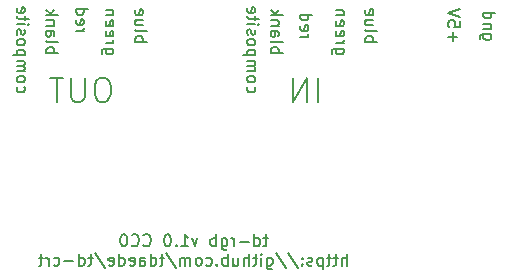
<source format=gbr>
G04 #@! TF.GenerationSoftware,KiCad,Pcbnew,6.0.0-rc1-unknown-r14633-2e907bfa*
G04 #@! TF.CreationDate,2018-12-23T16:51:31-08:00
G04 #@! TF.ProjectId,td-rgb,74642d72-6762-42e6-9b69-6361645f7063,rev?*
G04 #@! TF.SameCoordinates,Original*
G04 #@! TF.FileFunction,Legend,Bot*
G04 #@! TF.FilePolarity,Positive*
%FSLAX46Y46*%
G04 Gerber Fmt 4.6, Leading zero omitted, Abs format (unit mm)*
G04 Created by KiCad (PCBNEW 6.0.0-rc1-unknown-r14633-2e907bfa) date Sun 23 Dec 2018 04:51:31 PM PST*
%MOMM*%
%LPD*%
G04 APERTURE LIST*
%ADD10C,0.150000*%
G04 APERTURE END LIST*
D10*
X147047619Y-95904761D02*
X147047619Y-93904761D01*
X146095238Y-95904761D02*
X146095238Y-93904761D01*
X144952380Y-95904761D01*
X144952380Y-93904761D01*
X129000000Y-93904761D02*
X128619047Y-93904761D01*
X128428571Y-94000000D01*
X128238095Y-94190476D01*
X128142857Y-94571428D01*
X128142857Y-95238095D01*
X128238095Y-95619047D01*
X128428571Y-95809523D01*
X128619047Y-95904761D01*
X129000000Y-95904761D01*
X129190476Y-95809523D01*
X129380952Y-95619047D01*
X129476190Y-95238095D01*
X129476190Y-94571428D01*
X129380952Y-94190476D01*
X129190476Y-94000000D01*
X129000000Y-93904761D01*
X127285714Y-93904761D02*
X127285714Y-95523809D01*
X127190476Y-95714285D01*
X127095238Y-95809523D01*
X126904761Y-95904761D01*
X126523809Y-95904761D01*
X126333333Y-95809523D01*
X126238095Y-95714285D01*
X126142857Y-95523809D01*
X126142857Y-93904761D01*
X125476190Y-93904761D02*
X124333333Y-93904761D01*
X124904761Y-95904761D02*
X124904761Y-93904761D01*
X143047619Y-91785714D02*
X144047619Y-91785714D01*
X143666666Y-91785714D02*
X143714285Y-91690476D01*
X143714285Y-91500000D01*
X143666666Y-91404761D01*
X143619047Y-91357142D01*
X143523809Y-91309523D01*
X143238095Y-91309523D01*
X143142857Y-91357142D01*
X143095238Y-91404761D01*
X143047619Y-91500000D01*
X143047619Y-91690476D01*
X143095238Y-91785714D01*
X143047619Y-90738095D02*
X143095238Y-90833333D01*
X143190476Y-90880952D01*
X144047619Y-90880952D01*
X143047619Y-89928571D02*
X143571428Y-89928571D01*
X143666666Y-89976190D01*
X143714285Y-90071428D01*
X143714285Y-90261904D01*
X143666666Y-90357142D01*
X143095238Y-89928571D02*
X143047619Y-90023809D01*
X143047619Y-90261904D01*
X143095238Y-90357142D01*
X143190476Y-90404761D01*
X143285714Y-90404761D01*
X143380952Y-90357142D01*
X143428571Y-90261904D01*
X143428571Y-90023809D01*
X143476190Y-89928571D01*
X143714285Y-89452380D02*
X143047619Y-89452380D01*
X143619047Y-89452380D02*
X143666666Y-89404761D01*
X143714285Y-89309523D01*
X143714285Y-89166666D01*
X143666666Y-89071428D01*
X143571428Y-89023809D01*
X143047619Y-89023809D01*
X143047619Y-88547619D02*
X144047619Y-88547619D01*
X143428571Y-88452380D02*
X143047619Y-88166666D01*
X143714285Y-88166666D02*
X143333333Y-88547619D01*
X124047619Y-91785714D02*
X125047619Y-91785714D01*
X124666666Y-91785714D02*
X124714285Y-91690476D01*
X124714285Y-91500000D01*
X124666666Y-91404761D01*
X124619047Y-91357142D01*
X124523809Y-91309523D01*
X124238095Y-91309523D01*
X124142857Y-91357142D01*
X124095238Y-91404761D01*
X124047619Y-91500000D01*
X124047619Y-91690476D01*
X124095238Y-91785714D01*
X124047619Y-90738095D02*
X124095238Y-90833333D01*
X124190476Y-90880952D01*
X125047619Y-90880952D01*
X124047619Y-89928571D02*
X124571428Y-89928571D01*
X124666666Y-89976190D01*
X124714285Y-90071428D01*
X124714285Y-90261904D01*
X124666666Y-90357142D01*
X124095238Y-89928571D02*
X124047619Y-90023809D01*
X124047619Y-90261904D01*
X124095238Y-90357142D01*
X124190476Y-90404761D01*
X124285714Y-90404761D01*
X124380952Y-90357142D01*
X124428571Y-90261904D01*
X124428571Y-90023809D01*
X124476190Y-89928571D01*
X124714285Y-89452380D02*
X124047619Y-89452380D01*
X124619047Y-89452380D02*
X124666666Y-89404761D01*
X124714285Y-89309523D01*
X124714285Y-89166666D01*
X124666666Y-89071428D01*
X124571428Y-89023809D01*
X124047619Y-89023809D01*
X124047619Y-88547619D02*
X125047619Y-88547619D01*
X124428571Y-88452380D02*
X124047619Y-88166666D01*
X124714285Y-88166666D02*
X124333333Y-88547619D01*
X121595238Y-94642857D02*
X121547619Y-94738095D01*
X121547619Y-94928571D01*
X121595238Y-95023809D01*
X121642857Y-95071428D01*
X121738095Y-95119047D01*
X122023809Y-95119047D01*
X122119047Y-95071428D01*
X122166666Y-95023809D01*
X122214285Y-94928571D01*
X122214285Y-94738095D01*
X122166666Y-94642857D01*
X121547619Y-94071428D02*
X121595238Y-94166666D01*
X121642857Y-94214285D01*
X121738095Y-94261904D01*
X122023809Y-94261904D01*
X122119047Y-94214285D01*
X122166666Y-94166666D01*
X122214285Y-94071428D01*
X122214285Y-93928571D01*
X122166666Y-93833333D01*
X122119047Y-93785714D01*
X122023809Y-93738095D01*
X121738095Y-93738095D01*
X121642857Y-93785714D01*
X121595238Y-93833333D01*
X121547619Y-93928571D01*
X121547619Y-94071428D01*
X121547619Y-93309523D02*
X122214285Y-93309523D01*
X122119047Y-93309523D02*
X122166666Y-93261904D01*
X122214285Y-93166666D01*
X122214285Y-93023809D01*
X122166666Y-92928571D01*
X122071428Y-92880952D01*
X121547619Y-92880952D01*
X122071428Y-92880952D02*
X122166666Y-92833333D01*
X122214285Y-92738095D01*
X122214285Y-92595238D01*
X122166666Y-92500000D01*
X122071428Y-92452380D01*
X121547619Y-92452380D01*
X122214285Y-91976190D02*
X121214285Y-91976190D01*
X122166666Y-91976190D02*
X122214285Y-91880952D01*
X122214285Y-91690476D01*
X122166666Y-91595238D01*
X122119047Y-91547619D01*
X122023809Y-91500000D01*
X121738095Y-91500000D01*
X121642857Y-91547619D01*
X121595238Y-91595238D01*
X121547619Y-91690476D01*
X121547619Y-91880952D01*
X121595238Y-91976190D01*
X121547619Y-90928571D02*
X121595238Y-91023809D01*
X121642857Y-91071428D01*
X121738095Y-91119047D01*
X122023809Y-91119047D01*
X122119047Y-91071428D01*
X122166666Y-91023809D01*
X122214285Y-90928571D01*
X122214285Y-90785714D01*
X122166666Y-90690476D01*
X122119047Y-90642857D01*
X122023809Y-90595238D01*
X121738095Y-90595238D01*
X121642857Y-90642857D01*
X121595238Y-90690476D01*
X121547619Y-90785714D01*
X121547619Y-90928571D01*
X121595238Y-90214285D02*
X121547619Y-90119047D01*
X121547619Y-89928571D01*
X121595238Y-89833333D01*
X121690476Y-89785714D01*
X121738095Y-89785714D01*
X121833333Y-89833333D01*
X121880952Y-89928571D01*
X121880952Y-90071428D01*
X121928571Y-90166666D01*
X122023809Y-90214285D01*
X122071428Y-90214285D01*
X122166666Y-90166666D01*
X122214285Y-90071428D01*
X122214285Y-89928571D01*
X122166666Y-89833333D01*
X121547619Y-89357142D02*
X122214285Y-89357142D01*
X122547619Y-89357142D02*
X122500000Y-89404761D01*
X122452380Y-89357142D01*
X122500000Y-89309523D01*
X122547619Y-89357142D01*
X122452380Y-89357142D01*
X122214285Y-89023809D02*
X122214285Y-88642857D01*
X122547619Y-88880952D02*
X121690476Y-88880952D01*
X121595238Y-88833333D01*
X121547619Y-88738095D01*
X121547619Y-88642857D01*
X121595238Y-87928571D02*
X121547619Y-88023809D01*
X121547619Y-88214285D01*
X121595238Y-88309523D01*
X121690476Y-88357142D01*
X122071428Y-88357142D01*
X122166666Y-88309523D01*
X122214285Y-88214285D01*
X122214285Y-88023809D01*
X122166666Y-87928571D01*
X122071428Y-87880952D01*
X121976190Y-87880952D01*
X121880952Y-88357142D01*
X141095238Y-94642857D02*
X141047619Y-94738095D01*
X141047619Y-94928571D01*
X141095238Y-95023809D01*
X141142857Y-95071428D01*
X141238095Y-95119047D01*
X141523809Y-95119047D01*
X141619047Y-95071428D01*
X141666666Y-95023809D01*
X141714285Y-94928571D01*
X141714285Y-94738095D01*
X141666666Y-94642857D01*
X141047619Y-94071428D02*
X141095238Y-94166666D01*
X141142857Y-94214285D01*
X141238095Y-94261904D01*
X141523809Y-94261904D01*
X141619047Y-94214285D01*
X141666666Y-94166666D01*
X141714285Y-94071428D01*
X141714285Y-93928571D01*
X141666666Y-93833333D01*
X141619047Y-93785714D01*
X141523809Y-93738095D01*
X141238095Y-93738095D01*
X141142857Y-93785714D01*
X141095238Y-93833333D01*
X141047619Y-93928571D01*
X141047619Y-94071428D01*
X141047619Y-93309523D02*
X141714285Y-93309523D01*
X141619047Y-93309523D02*
X141666666Y-93261904D01*
X141714285Y-93166666D01*
X141714285Y-93023809D01*
X141666666Y-92928571D01*
X141571428Y-92880952D01*
X141047619Y-92880952D01*
X141571428Y-92880952D02*
X141666666Y-92833333D01*
X141714285Y-92738095D01*
X141714285Y-92595238D01*
X141666666Y-92500000D01*
X141571428Y-92452380D01*
X141047619Y-92452380D01*
X141714285Y-91976190D02*
X140714285Y-91976190D01*
X141666666Y-91976190D02*
X141714285Y-91880952D01*
X141714285Y-91690476D01*
X141666666Y-91595238D01*
X141619047Y-91547619D01*
X141523809Y-91500000D01*
X141238095Y-91500000D01*
X141142857Y-91547619D01*
X141095238Y-91595238D01*
X141047619Y-91690476D01*
X141047619Y-91880952D01*
X141095238Y-91976190D01*
X141047619Y-90928571D02*
X141095238Y-91023809D01*
X141142857Y-91071428D01*
X141238095Y-91119047D01*
X141523809Y-91119047D01*
X141619047Y-91071428D01*
X141666666Y-91023809D01*
X141714285Y-90928571D01*
X141714285Y-90785714D01*
X141666666Y-90690476D01*
X141619047Y-90642857D01*
X141523809Y-90595238D01*
X141238095Y-90595238D01*
X141142857Y-90642857D01*
X141095238Y-90690476D01*
X141047619Y-90785714D01*
X141047619Y-90928571D01*
X141095238Y-90214285D02*
X141047619Y-90119047D01*
X141047619Y-89928571D01*
X141095238Y-89833333D01*
X141190476Y-89785714D01*
X141238095Y-89785714D01*
X141333333Y-89833333D01*
X141380952Y-89928571D01*
X141380952Y-90071428D01*
X141428571Y-90166666D01*
X141523809Y-90214285D01*
X141571428Y-90214285D01*
X141666666Y-90166666D01*
X141714285Y-90071428D01*
X141714285Y-89928571D01*
X141666666Y-89833333D01*
X141047619Y-89357142D02*
X141714285Y-89357142D01*
X142047619Y-89357142D02*
X142000000Y-89404761D01*
X141952380Y-89357142D01*
X142000000Y-89309523D01*
X142047619Y-89357142D01*
X141952380Y-89357142D01*
X141714285Y-89023809D02*
X141714285Y-88642857D01*
X142047619Y-88880952D02*
X141190476Y-88880952D01*
X141095238Y-88833333D01*
X141047619Y-88738095D01*
X141047619Y-88642857D01*
X141095238Y-87928571D02*
X141047619Y-88023809D01*
X141047619Y-88214285D01*
X141095238Y-88309523D01*
X141190476Y-88357142D01*
X141571428Y-88357142D01*
X141666666Y-88309523D01*
X141714285Y-88214285D01*
X141714285Y-88023809D01*
X141666666Y-87928571D01*
X141571428Y-87880952D01*
X141476190Y-87880952D01*
X141380952Y-88357142D01*
X161714285Y-90190476D02*
X160904761Y-90190476D01*
X160809523Y-90238095D01*
X160761904Y-90285714D01*
X160714285Y-90380952D01*
X160714285Y-90523809D01*
X160761904Y-90619047D01*
X161095238Y-90190476D02*
X161047619Y-90285714D01*
X161047619Y-90476190D01*
X161095238Y-90571428D01*
X161142857Y-90619047D01*
X161238095Y-90666666D01*
X161523809Y-90666666D01*
X161619047Y-90619047D01*
X161666666Y-90571428D01*
X161714285Y-90476190D01*
X161714285Y-90285714D01*
X161666666Y-90190476D01*
X161714285Y-89714285D02*
X161047619Y-89714285D01*
X161619047Y-89714285D02*
X161666666Y-89666666D01*
X161714285Y-89571428D01*
X161714285Y-89428571D01*
X161666666Y-89333333D01*
X161571428Y-89285714D01*
X161047619Y-89285714D01*
X161047619Y-88380952D02*
X162047619Y-88380952D01*
X161095238Y-88380952D02*
X161047619Y-88476190D01*
X161047619Y-88666666D01*
X161095238Y-88761904D01*
X161142857Y-88809523D01*
X161238095Y-88857142D01*
X161523809Y-88857142D01*
X161619047Y-88809523D01*
X161666666Y-88761904D01*
X161714285Y-88666666D01*
X161714285Y-88476190D01*
X161666666Y-88380952D01*
X158428571Y-90785714D02*
X158428571Y-90023809D01*
X158047619Y-90404761D02*
X158809523Y-90404761D01*
X159047619Y-89071428D02*
X159047619Y-89547619D01*
X158571428Y-89595238D01*
X158619047Y-89547619D01*
X158666666Y-89452380D01*
X158666666Y-89214285D01*
X158619047Y-89119047D01*
X158571428Y-89071428D01*
X158476190Y-89023809D01*
X158238095Y-89023809D01*
X158142857Y-89071428D01*
X158095238Y-89119047D01*
X158047619Y-89214285D01*
X158047619Y-89452380D01*
X158095238Y-89547619D01*
X158142857Y-89595238D01*
X159047619Y-88738095D02*
X158047619Y-88404761D01*
X159047619Y-88071428D01*
X145547619Y-90452380D02*
X146214285Y-90452380D01*
X146023809Y-90452380D02*
X146119047Y-90404761D01*
X146166666Y-90357142D01*
X146214285Y-90261904D01*
X146214285Y-90166666D01*
X145595238Y-89452380D02*
X145547619Y-89547619D01*
X145547619Y-89738095D01*
X145595238Y-89833333D01*
X145690476Y-89880952D01*
X146071428Y-89880952D01*
X146166666Y-89833333D01*
X146214285Y-89738095D01*
X146214285Y-89547619D01*
X146166666Y-89452380D01*
X146071428Y-89404761D01*
X145976190Y-89404761D01*
X145880952Y-89880952D01*
X145547619Y-88547619D02*
X146547619Y-88547619D01*
X145595238Y-88547619D02*
X145547619Y-88642857D01*
X145547619Y-88833333D01*
X145595238Y-88928571D01*
X145642857Y-88976190D01*
X145738095Y-89023809D01*
X146023809Y-89023809D01*
X146119047Y-88976190D01*
X146166666Y-88928571D01*
X146214285Y-88833333D01*
X146214285Y-88642857D01*
X146166666Y-88547619D01*
X149214285Y-91404761D02*
X148404761Y-91404761D01*
X148309523Y-91452380D01*
X148261904Y-91500000D01*
X148214285Y-91595238D01*
X148214285Y-91738095D01*
X148261904Y-91833333D01*
X148595238Y-91404761D02*
X148547619Y-91500000D01*
X148547619Y-91690476D01*
X148595238Y-91785714D01*
X148642857Y-91833333D01*
X148738095Y-91880952D01*
X149023809Y-91880952D01*
X149119047Y-91833333D01*
X149166666Y-91785714D01*
X149214285Y-91690476D01*
X149214285Y-91500000D01*
X149166666Y-91404761D01*
X148547619Y-90928571D02*
X149214285Y-90928571D01*
X149023809Y-90928571D02*
X149119047Y-90880952D01*
X149166666Y-90833333D01*
X149214285Y-90738095D01*
X149214285Y-90642857D01*
X148595238Y-89928571D02*
X148547619Y-90023809D01*
X148547619Y-90214285D01*
X148595238Y-90309523D01*
X148690476Y-90357142D01*
X149071428Y-90357142D01*
X149166666Y-90309523D01*
X149214285Y-90214285D01*
X149214285Y-90023809D01*
X149166666Y-89928571D01*
X149071428Y-89880952D01*
X148976190Y-89880952D01*
X148880952Y-90357142D01*
X148595238Y-89071428D02*
X148547619Y-89166666D01*
X148547619Y-89357142D01*
X148595238Y-89452380D01*
X148690476Y-89500000D01*
X149071428Y-89500000D01*
X149166666Y-89452380D01*
X149214285Y-89357142D01*
X149214285Y-89166666D01*
X149166666Y-89071428D01*
X149071428Y-89023809D01*
X148976190Y-89023809D01*
X148880952Y-89500000D01*
X149214285Y-88595238D02*
X148547619Y-88595238D01*
X149119047Y-88595238D02*
X149166666Y-88547619D01*
X149214285Y-88452380D01*
X149214285Y-88309523D01*
X149166666Y-88214285D01*
X149071428Y-88166666D01*
X148547619Y-88166666D01*
X151047619Y-90857142D02*
X152047619Y-90857142D01*
X151666666Y-90857142D02*
X151714285Y-90761904D01*
X151714285Y-90571428D01*
X151666666Y-90476190D01*
X151619047Y-90428571D01*
X151523809Y-90380952D01*
X151238095Y-90380952D01*
X151142857Y-90428571D01*
X151095238Y-90476190D01*
X151047619Y-90571428D01*
X151047619Y-90761904D01*
X151095238Y-90857142D01*
X151047619Y-89809523D02*
X151095238Y-89904761D01*
X151190476Y-89952380D01*
X152047619Y-89952380D01*
X151714285Y-89000000D02*
X151047619Y-89000000D01*
X151714285Y-89428571D02*
X151190476Y-89428571D01*
X151095238Y-89380952D01*
X151047619Y-89285714D01*
X151047619Y-89142857D01*
X151095238Y-89047619D01*
X151142857Y-89000000D01*
X151095238Y-88142857D02*
X151047619Y-88238095D01*
X151047619Y-88428571D01*
X151095238Y-88523809D01*
X151190476Y-88571428D01*
X151571428Y-88571428D01*
X151666666Y-88523809D01*
X151714285Y-88428571D01*
X151714285Y-88238095D01*
X151666666Y-88142857D01*
X151571428Y-88095238D01*
X151476190Y-88095238D01*
X151380952Y-88571428D01*
X131547619Y-90857142D02*
X132547619Y-90857142D01*
X132166666Y-90857142D02*
X132214285Y-90761904D01*
X132214285Y-90571428D01*
X132166666Y-90476190D01*
X132119047Y-90428571D01*
X132023809Y-90380952D01*
X131738095Y-90380952D01*
X131642857Y-90428571D01*
X131595238Y-90476190D01*
X131547619Y-90571428D01*
X131547619Y-90761904D01*
X131595238Y-90857142D01*
X131547619Y-89809523D02*
X131595238Y-89904761D01*
X131690476Y-89952380D01*
X132547619Y-89952380D01*
X132214285Y-89000000D02*
X131547619Y-89000000D01*
X132214285Y-89428571D02*
X131690476Y-89428571D01*
X131595238Y-89380952D01*
X131547619Y-89285714D01*
X131547619Y-89142857D01*
X131595238Y-89047619D01*
X131642857Y-89000000D01*
X131595238Y-88142857D02*
X131547619Y-88238095D01*
X131547619Y-88428571D01*
X131595238Y-88523809D01*
X131690476Y-88571428D01*
X132071428Y-88571428D01*
X132166666Y-88523809D01*
X132214285Y-88428571D01*
X132214285Y-88238095D01*
X132166666Y-88142857D01*
X132071428Y-88095238D01*
X131976190Y-88095238D01*
X131880952Y-88571428D01*
X126547619Y-89952380D02*
X127214285Y-89952380D01*
X127023809Y-89952380D02*
X127119047Y-89904761D01*
X127166666Y-89857142D01*
X127214285Y-89761904D01*
X127214285Y-89666666D01*
X126595238Y-88952380D02*
X126547619Y-89047619D01*
X126547619Y-89238095D01*
X126595238Y-89333333D01*
X126690476Y-89380952D01*
X127071428Y-89380952D01*
X127166666Y-89333333D01*
X127214285Y-89238095D01*
X127214285Y-89047619D01*
X127166666Y-88952380D01*
X127071428Y-88904761D01*
X126976190Y-88904761D01*
X126880952Y-89380952D01*
X126547619Y-88047619D02*
X127547619Y-88047619D01*
X126595238Y-88047619D02*
X126547619Y-88142857D01*
X126547619Y-88333333D01*
X126595238Y-88428571D01*
X126642857Y-88476190D01*
X126738095Y-88523809D01*
X127023809Y-88523809D01*
X127119047Y-88476190D01*
X127166666Y-88428571D01*
X127214285Y-88333333D01*
X127214285Y-88142857D01*
X127166666Y-88047619D01*
X129714285Y-91404761D02*
X128904761Y-91404761D01*
X128809523Y-91452380D01*
X128761904Y-91500000D01*
X128714285Y-91595238D01*
X128714285Y-91738095D01*
X128761904Y-91833333D01*
X129095238Y-91404761D02*
X129047619Y-91500000D01*
X129047619Y-91690476D01*
X129095238Y-91785714D01*
X129142857Y-91833333D01*
X129238095Y-91880952D01*
X129523809Y-91880952D01*
X129619047Y-91833333D01*
X129666666Y-91785714D01*
X129714285Y-91690476D01*
X129714285Y-91500000D01*
X129666666Y-91404761D01*
X129047619Y-90928571D02*
X129714285Y-90928571D01*
X129523809Y-90928571D02*
X129619047Y-90880952D01*
X129666666Y-90833333D01*
X129714285Y-90738095D01*
X129714285Y-90642857D01*
X129095238Y-89928571D02*
X129047619Y-90023809D01*
X129047619Y-90214285D01*
X129095238Y-90309523D01*
X129190476Y-90357142D01*
X129571428Y-90357142D01*
X129666666Y-90309523D01*
X129714285Y-90214285D01*
X129714285Y-90023809D01*
X129666666Y-89928571D01*
X129571428Y-89880952D01*
X129476190Y-89880952D01*
X129380952Y-90357142D01*
X129095238Y-89071428D02*
X129047619Y-89166666D01*
X129047619Y-89357142D01*
X129095238Y-89452380D01*
X129190476Y-89500000D01*
X129571428Y-89500000D01*
X129666666Y-89452380D01*
X129714285Y-89357142D01*
X129714285Y-89166666D01*
X129666666Y-89071428D01*
X129571428Y-89023809D01*
X129476190Y-89023809D01*
X129380952Y-89500000D01*
X129714285Y-88595238D02*
X129047619Y-88595238D01*
X129619047Y-88595238D02*
X129666666Y-88547619D01*
X129714285Y-88452380D01*
X129714285Y-88309523D01*
X129666666Y-88214285D01*
X129571428Y-88166666D01*
X129047619Y-88166666D01*
X142785714Y-107460714D02*
X142404761Y-107460714D01*
X142642857Y-107127380D02*
X142642857Y-107984523D01*
X142595238Y-108079761D01*
X142500000Y-108127380D01*
X142404761Y-108127380D01*
X141642857Y-108127380D02*
X141642857Y-107127380D01*
X141642857Y-108079761D02*
X141738095Y-108127380D01*
X141928571Y-108127380D01*
X142023809Y-108079761D01*
X142071428Y-108032142D01*
X142119047Y-107936904D01*
X142119047Y-107651190D01*
X142071428Y-107555952D01*
X142023809Y-107508333D01*
X141928571Y-107460714D01*
X141738095Y-107460714D01*
X141642857Y-107508333D01*
X141166666Y-107746428D02*
X140404761Y-107746428D01*
X139928571Y-108127380D02*
X139928571Y-107460714D01*
X139928571Y-107651190D02*
X139880952Y-107555952D01*
X139833333Y-107508333D01*
X139738095Y-107460714D01*
X139642857Y-107460714D01*
X138880952Y-107460714D02*
X138880952Y-108270238D01*
X138928571Y-108365476D01*
X138976190Y-108413095D01*
X139071428Y-108460714D01*
X139214285Y-108460714D01*
X139309523Y-108413095D01*
X138880952Y-108079761D02*
X138976190Y-108127380D01*
X139166666Y-108127380D01*
X139261904Y-108079761D01*
X139309523Y-108032142D01*
X139357142Y-107936904D01*
X139357142Y-107651190D01*
X139309523Y-107555952D01*
X139261904Y-107508333D01*
X139166666Y-107460714D01*
X138976190Y-107460714D01*
X138880952Y-107508333D01*
X138404761Y-108127380D02*
X138404761Y-107127380D01*
X138404761Y-107508333D02*
X138309523Y-107460714D01*
X138119047Y-107460714D01*
X138023809Y-107508333D01*
X137976190Y-107555952D01*
X137928571Y-107651190D01*
X137928571Y-107936904D01*
X137976190Y-108032142D01*
X138023809Y-108079761D01*
X138119047Y-108127380D01*
X138309523Y-108127380D01*
X138404761Y-108079761D01*
X136833333Y-107460714D02*
X136595238Y-108127380D01*
X136357142Y-107460714D01*
X135452380Y-108127380D02*
X136023809Y-108127380D01*
X135738095Y-108127380D02*
X135738095Y-107127380D01*
X135833333Y-107270238D01*
X135928571Y-107365476D01*
X136023809Y-107413095D01*
X135023809Y-108032142D02*
X134976190Y-108079761D01*
X135023809Y-108127380D01*
X135071428Y-108079761D01*
X135023809Y-108032142D01*
X135023809Y-108127380D01*
X134357142Y-107127380D02*
X134261904Y-107127380D01*
X134166666Y-107175000D01*
X134119047Y-107222619D01*
X134071428Y-107317857D01*
X134023809Y-107508333D01*
X134023809Y-107746428D01*
X134071428Y-107936904D01*
X134119047Y-108032142D01*
X134166666Y-108079761D01*
X134261904Y-108127380D01*
X134357142Y-108127380D01*
X134452380Y-108079761D01*
X134500000Y-108032142D01*
X134547619Y-107936904D01*
X134595238Y-107746428D01*
X134595238Y-107508333D01*
X134547619Y-107317857D01*
X134500000Y-107222619D01*
X134452380Y-107175000D01*
X134357142Y-107127380D01*
X132261904Y-108032142D02*
X132309523Y-108079761D01*
X132452380Y-108127380D01*
X132547619Y-108127380D01*
X132690476Y-108079761D01*
X132785714Y-107984523D01*
X132833333Y-107889285D01*
X132880952Y-107698809D01*
X132880952Y-107555952D01*
X132833333Y-107365476D01*
X132785714Y-107270238D01*
X132690476Y-107175000D01*
X132547619Y-107127380D01*
X132452380Y-107127380D01*
X132309523Y-107175000D01*
X132261904Y-107222619D01*
X131261904Y-108032142D02*
X131309523Y-108079761D01*
X131452380Y-108127380D01*
X131547619Y-108127380D01*
X131690476Y-108079761D01*
X131785714Y-107984523D01*
X131833333Y-107889285D01*
X131880952Y-107698809D01*
X131880952Y-107555952D01*
X131833333Y-107365476D01*
X131785714Y-107270238D01*
X131690476Y-107175000D01*
X131547619Y-107127380D01*
X131452380Y-107127380D01*
X131309523Y-107175000D01*
X131261904Y-107222619D01*
X130642857Y-107127380D02*
X130547619Y-107127380D01*
X130452380Y-107175000D01*
X130404761Y-107222619D01*
X130357142Y-107317857D01*
X130309523Y-107508333D01*
X130309523Y-107746428D01*
X130357142Y-107936904D01*
X130404761Y-108032142D01*
X130452380Y-108079761D01*
X130547619Y-108127380D01*
X130642857Y-108127380D01*
X130738095Y-108079761D01*
X130785714Y-108032142D01*
X130833333Y-107936904D01*
X130880952Y-107746428D01*
X130880952Y-107508333D01*
X130833333Y-107317857D01*
X130785714Y-107222619D01*
X130738095Y-107175000D01*
X130642857Y-107127380D01*
X149476190Y-109777380D02*
X149476190Y-108777380D01*
X149047619Y-109777380D02*
X149047619Y-109253571D01*
X149095238Y-109158333D01*
X149190476Y-109110714D01*
X149333333Y-109110714D01*
X149428571Y-109158333D01*
X149476190Y-109205952D01*
X148714285Y-109110714D02*
X148333333Y-109110714D01*
X148571428Y-108777380D02*
X148571428Y-109634523D01*
X148523809Y-109729761D01*
X148428571Y-109777380D01*
X148333333Y-109777380D01*
X148142857Y-109110714D02*
X147761904Y-109110714D01*
X148000000Y-108777380D02*
X148000000Y-109634523D01*
X147952380Y-109729761D01*
X147857142Y-109777380D01*
X147761904Y-109777380D01*
X147428571Y-109110714D02*
X147428571Y-110110714D01*
X147428571Y-109158333D02*
X147333333Y-109110714D01*
X147142857Y-109110714D01*
X147047619Y-109158333D01*
X147000000Y-109205952D01*
X146952380Y-109301190D01*
X146952380Y-109586904D01*
X147000000Y-109682142D01*
X147047619Y-109729761D01*
X147142857Y-109777380D01*
X147333333Y-109777380D01*
X147428571Y-109729761D01*
X146571428Y-109729761D02*
X146476190Y-109777380D01*
X146285714Y-109777380D01*
X146190476Y-109729761D01*
X146142857Y-109634523D01*
X146142857Y-109586904D01*
X146190476Y-109491666D01*
X146285714Y-109444047D01*
X146428571Y-109444047D01*
X146523809Y-109396428D01*
X146571428Y-109301190D01*
X146571428Y-109253571D01*
X146523809Y-109158333D01*
X146428571Y-109110714D01*
X146285714Y-109110714D01*
X146190476Y-109158333D01*
X145714285Y-109682142D02*
X145666666Y-109729761D01*
X145714285Y-109777380D01*
X145761904Y-109729761D01*
X145714285Y-109682142D01*
X145714285Y-109777380D01*
X145714285Y-109158333D02*
X145666666Y-109205952D01*
X145714285Y-109253571D01*
X145761904Y-109205952D01*
X145714285Y-109158333D01*
X145714285Y-109253571D01*
X144523809Y-108729761D02*
X145380952Y-110015476D01*
X143476190Y-108729761D02*
X144333333Y-110015476D01*
X142714285Y-109110714D02*
X142714285Y-109920238D01*
X142761904Y-110015476D01*
X142809523Y-110063095D01*
X142904761Y-110110714D01*
X143047619Y-110110714D01*
X143142857Y-110063095D01*
X142714285Y-109729761D02*
X142809523Y-109777380D01*
X143000000Y-109777380D01*
X143095238Y-109729761D01*
X143142857Y-109682142D01*
X143190476Y-109586904D01*
X143190476Y-109301190D01*
X143142857Y-109205952D01*
X143095238Y-109158333D01*
X143000000Y-109110714D01*
X142809523Y-109110714D01*
X142714285Y-109158333D01*
X142238095Y-109777380D02*
X142238095Y-109110714D01*
X142238095Y-108777380D02*
X142285714Y-108825000D01*
X142238095Y-108872619D01*
X142190476Y-108825000D01*
X142238095Y-108777380D01*
X142238095Y-108872619D01*
X141904761Y-109110714D02*
X141523809Y-109110714D01*
X141761904Y-108777380D02*
X141761904Y-109634523D01*
X141714285Y-109729761D01*
X141619047Y-109777380D01*
X141523809Y-109777380D01*
X141190476Y-109777380D02*
X141190476Y-108777380D01*
X140761904Y-109777380D02*
X140761904Y-109253571D01*
X140809523Y-109158333D01*
X140904761Y-109110714D01*
X141047619Y-109110714D01*
X141142857Y-109158333D01*
X141190476Y-109205952D01*
X139857142Y-109110714D02*
X139857142Y-109777380D01*
X140285714Y-109110714D02*
X140285714Y-109634523D01*
X140238095Y-109729761D01*
X140142857Y-109777380D01*
X140000000Y-109777380D01*
X139904761Y-109729761D01*
X139857142Y-109682142D01*
X139380952Y-109777380D02*
X139380952Y-108777380D01*
X139380952Y-109158333D02*
X139285714Y-109110714D01*
X139095238Y-109110714D01*
X139000000Y-109158333D01*
X138952380Y-109205952D01*
X138904761Y-109301190D01*
X138904761Y-109586904D01*
X138952380Y-109682142D01*
X139000000Y-109729761D01*
X139095238Y-109777380D01*
X139285714Y-109777380D01*
X139380952Y-109729761D01*
X138476190Y-109682142D02*
X138428571Y-109729761D01*
X138476190Y-109777380D01*
X138523809Y-109729761D01*
X138476190Y-109682142D01*
X138476190Y-109777380D01*
X137571428Y-109729761D02*
X137666666Y-109777380D01*
X137857142Y-109777380D01*
X137952380Y-109729761D01*
X138000000Y-109682142D01*
X138047619Y-109586904D01*
X138047619Y-109301190D01*
X138000000Y-109205952D01*
X137952380Y-109158333D01*
X137857142Y-109110714D01*
X137666666Y-109110714D01*
X137571428Y-109158333D01*
X137000000Y-109777380D02*
X137095238Y-109729761D01*
X137142857Y-109682142D01*
X137190476Y-109586904D01*
X137190476Y-109301190D01*
X137142857Y-109205952D01*
X137095238Y-109158333D01*
X137000000Y-109110714D01*
X136857142Y-109110714D01*
X136761904Y-109158333D01*
X136714285Y-109205952D01*
X136666666Y-109301190D01*
X136666666Y-109586904D01*
X136714285Y-109682142D01*
X136761904Y-109729761D01*
X136857142Y-109777380D01*
X137000000Y-109777380D01*
X136238095Y-109777380D02*
X136238095Y-109110714D01*
X136238095Y-109205952D02*
X136190476Y-109158333D01*
X136095238Y-109110714D01*
X135952380Y-109110714D01*
X135857142Y-109158333D01*
X135809523Y-109253571D01*
X135809523Y-109777380D01*
X135809523Y-109253571D02*
X135761904Y-109158333D01*
X135666666Y-109110714D01*
X135523809Y-109110714D01*
X135428571Y-109158333D01*
X135380952Y-109253571D01*
X135380952Y-109777380D01*
X134190476Y-108729761D02*
X135047619Y-110015476D01*
X134000000Y-109110714D02*
X133619047Y-109110714D01*
X133857142Y-108777380D02*
X133857142Y-109634523D01*
X133809523Y-109729761D01*
X133714285Y-109777380D01*
X133619047Y-109777380D01*
X132857142Y-109777380D02*
X132857142Y-108777380D01*
X132857142Y-109729761D02*
X132952380Y-109777380D01*
X133142857Y-109777380D01*
X133238095Y-109729761D01*
X133285714Y-109682142D01*
X133333333Y-109586904D01*
X133333333Y-109301190D01*
X133285714Y-109205952D01*
X133238095Y-109158333D01*
X133142857Y-109110714D01*
X132952380Y-109110714D01*
X132857142Y-109158333D01*
X131952380Y-109777380D02*
X131952380Y-109253571D01*
X132000000Y-109158333D01*
X132095238Y-109110714D01*
X132285714Y-109110714D01*
X132380952Y-109158333D01*
X131952380Y-109729761D02*
X132047619Y-109777380D01*
X132285714Y-109777380D01*
X132380952Y-109729761D01*
X132428571Y-109634523D01*
X132428571Y-109539285D01*
X132380952Y-109444047D01*
X132285714Y-109396428D01*
X132047619Y-109396428D01*
X131952380Y-109348809D01*
X131095238Y-109729761D02*
X131190476Y-109777380D01*
X131380952Y-109777380D01*
X131476190Y-109729761D01*
X131523809Y-109634523D01*
X131523809Y-109253571D01*
X131476190Y-109158333D01*
X131380952Y-109110714D01*
X131190476Y-109110714D01*
X131095238Y-109158333D01*
X131047619Y-109253571D01*
X131047619Y-109348809D01*
X131523809Y-109444047D01*
X130190476Y-109777380D02*
X130190476Y-108777380D01*
X130190476Y-109729761D02*
X130285714Y-109777380D01*
X130476190Y-109777380D01*
X130571428Y-109729761D01*
X130619047Y-109682142D01*
X130666666Y-109586904D01*
X130666666Y-109301190D01*
X130619047Y-109205952D01*
X130571428Y-109158333D01*
X130476190Y-109110714D01*
X130285714Y-109110714D01*
X130190476Y-109158333D01*
X129333333Y-109729761D02*
X129428571Y-109777380D01*
X129619047Y-109777380D01*
X129714285Y-109729761D01*
X129761904Y-109634523D01*
X129761904Y-109253571D01*
X129714285Y-109158333D01*
X129619047Y-109110714D01*
X129428571Y-109110714D01*
X129333333Y-109158333D01*
X129285714Y-109253571D01*
X129285714Y-109348809D01*
X129761904Y-109444047D01*
X128142857Y-108729761D02*
X129000000Y-110015476D01*
X127952380Y-109110714D02*
X127571428Y-109110714D01*
X127809523Y-108777380D02*
X127809523Y-109634523D01*
X127761904Y-109729761D01*
X127666666Y-109777380D01*
X127571428Y-109777380D01*
X126809523Y-109777380D02*
X126809523Y-108777380D01*
X126809523Y-109729761D02*
X126904761Y-109777380D01*
X127095238Y-109777380D01*
X127190476Y-109729761D01*
X127238095Y-109682142D01*
X127285714Y-109586904D01*
X127285714Y-109301190D01*
X127238095Y-109205952D01*
X127190476Y-109158333D01*
X127095238Y-109110714D01*
X126904761Y-109110714D01*
X126809523Y-109158333D01*
X126333333Y-109396428D02*
X125571428Y-109396428D01*
X124666666Y-109729761D02*
X124761904Y-109777380D01*
X124952380Y-109777380D01*
X125047619Y-109729761D01*
X125095238Y-109682142D01*
X125142857Y-109586904D01*
X125142857Y-109301190D01*
X125095238Y-109205952D01*
X125047619Y-109158333D01*
X124952380Y-109110714D01*
X124761904Y-109110714D01*
X124666666Y-109158333D01*
X124238095Y-109777380D02*
X124238095Y-109110714D01*
X124238095Y-109301190D02*
X124190476Y-109205952D01*
X124142857Y-109158333D01*
X124047619Y-109110714D01*
X123952380Y-109110714D01*
X123761904Y-109110714D02*
X123380952Y-109110714D01*
X123619047Y-108777380D02*
X123619047Y-109634523D01*
X123571428Y-109729761D01*
X123476190Y-109777380D01*
X123380952Y-109777380D01*
M02*

</source>
